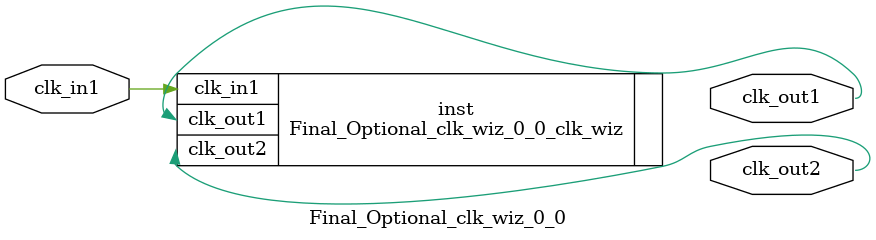
<source format=v>


`timescale 1ps/1ps

(* CORE_GENERATION_INFO = "Final_Optional_clk_wiz_0_0,clk_wiz_v5_4_1_0,{component_name=Final_Optional_clk_wiz_0_0,use_phase_alignment=true,use_min_o_jitter=false,use_max_i_jitter=false,use_dyn_phase_shift=false,use_inclk_switchover=false,use_dyn_reconfig=false,enable_axi=0,feedback_source=FDBK_AUTO,PRIMITIVE=MMCM,num_out_clk=2,clkin1_period=8.000,clkin2_period=10.000,use_power_down=false,use_reset=false,use_locked=false,use_inclk_stopped=false,feedback_type=SINGLE,CLOCK_MGR_TYPE=NA,manual_override=false}" *)

module Final_Optional_clk_wiz_0_0 
 (
  // Clock out ports
  output        clk_out1,
  output        clk_out2,
 // Clock in ports
  input         clk_in1
 );

  Final_Optional_clk_wiz_0_0_clk_wiz inst
  (
  // Clock out ports  
  .clk_out1(clk_out1),
  .clk_out2(clk_out2),
 // Clock in ports
  .clk_in1(clk_in1)
  );

endmodule

</source>
